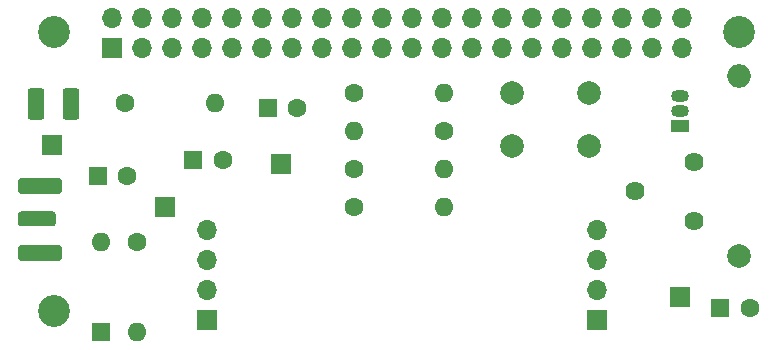
<source format=gbr>
%TF.GenerationSoftware,KiCad,Pcbnew,8.0.8+dfsg-1*%
%TF.CreationDate,2025-06-25T18:22:30+01:00*%
%TF.ProjectId,WOARCWSPR,574f4152-4357-4535-9052-2e6b69636164,rev?*%
%TF.SameCoordinates,Original*%
%TF.FileFunction,Soldermask,Top*%
%TF.FilePolarity,Negative*%
%FSLAX46Y46*%
G04 Gerber Fmt 4.6, Leading zero omitted, Abs format (unit mm)*
G04 Created by KiCad (PCBNEW 8.0.8+dfsg-1) date 2025-06-25 18:22:30*
%MOMM*%
%LPD*%
G01*
G04 APERTURE LIST*
G04 Aperture macros list*
%AMRoundRect*
0 Rectangle with rounded corners*
0 $1 Rounding radius*
0 $2 $3 $4 $5 $6 $7 $8 $9 X,Y pos of 4 corners*
0 Add a 4 corners polygon primitive as box body*
4,1,4,$2,$3,$4,$5,$6,$7,$8,$9,$2,$3,0*
0 Add four circle primitives for the rounded corners*
1,1,$1+$1,$2,$3*
1,1,$1+$1,$4,$5*
1,1,$1+$1,$6,$7*
1,1,$1+$1,$8,$9*
0 Add four rect primitives between the rounded corners*
20,1,$1+$1,$2,$3,$4,$5,0*
20,1,$1+$1,$4,$5,$6,$7,0*
20,1,$1+$1,$6,$7,$8,$9,0*
20,1,$1+$1,$8,$9,$2,$3,0*%
G04 Aperture macros list end*
%ADD10C,2.700000*%
%ADD11R,1.600000X1.600000*%
%ADD12C,1.600000*%
%ADD13O,1.600000X1.600000*%
%ADD14R,1.700000X1.700000*%
%ADD15O,1.700000X1.700000*%
%ADD16C,2.000000*%
%ADD17C,1.620000*%
%ADD18O,2.000000X2.000000*%
%ADD19RoundRect,0.250000X-1.350000X0.385000X-1.350000X-0.385000X1.350000X-0.385000X1.350000X0.385000X0*%
%ADD20RoundRect,0.250000X-1.600000X0.425000X-1.600000X-0.425000X1.600000X-0.425000X1.600000X0.425000X0*%
%ADD21RoundRect,0.250001X-0.462499X-1.074999X0.462499X-1.074999X0.462499X1.074999X-0.462499X1.074999X0*%
%ADD22O,1.500000X1.050000*%
%ADD23R,1.500000X1.050000*%
G04 APERTURE END LIST*
D10*
%TO.C,REF\u002A\u002A*%
X163000000Y-57000000D03*
%TD*%
D11*
%TO.C,C4*%
X166700000Y-45600000D03*
D12*
X169200000Y-45600000D03*
%TD*%
D10*
%TO.C,REF\u002A\u002A*%
X221000000Y-33400000D03*
%TD*%
%TO.C,REF\u002A\u002A*%
X163000000Y-33400000D03*
%TD*%
D12*
%TO.C,R7*%
X170000000Y-51200000D03*
D13*
X170000000Y-58820000D03*
%TD*%
D14*
%TO.C,J8*%
X216000000Y-55800000D03*
%TD*%
%TO.C,J7*%
X182200000Y-44600000D03*
%TD*%
D15*
%TO.C,J6*%
X209000000Y-50180000D03*
X209000000Y-52720000D03*
X209000000Y-55260000D03*
D14*
X209000000Y-57800000D03*
%TD*%
D15*
%TO.C,J5*%
X176000000Y-50180000D03*
X176000000Y-52720000D03*
X176000000Y-55260000D03*
D14*
X176000000Y-57800000D03*
%TD*%
D16*
%TO.C,SW1*%
X201800000Y-38550000D03*
X208300000Y-38550000D03*
X201800000Y-43050000D03*
X208300000Y-43050000D03*
%TD*%
D17*
%TO.C,RV1*%
X217200000Y-44400000D03*
X212200000Y-46900000D03*
X217200000Y-49400000D03*
%TD*%
D12*
%TO.C,R6*%
X168980000Y-39400000D03*
D13*
X176600000Y-39400000D03*
%TD*%
D12*
%TO.C,R5*%
X188400000Y-48200000D03*
D13*
X196020000Y-48200000D03*
%TD*%
D12*
%TO.C,R4*%
X188400000Y-45000000D03*
D13*
X196020000Y-45000000D03*
%TD*%
D12*
%TO.C,R3*%
X196000000Y-41800000D03*
D13*
X188380000Y-41800000D03*
%TD*%
D12*
%TO.C,R2*%
X188400000Y-38600000D03*
D13*
X196020000Y-38600000D03*
%TD*%
D16*
%TO.C,L1*%
X221000000Y-52400000D03*
D18*
X221000000Y-37160000D03*
%TD*%
D19*
%TO.C,J4*%
X161600000Y-49250000D03*
D20*
X161850000Y-52075000D03*
X161850000Y-46425000D03*
%TD*%
D14*
%TO.C,J3*%
X172400000Y-48200000D03*
%TD*%
D15*
%TO.C,J2*%
X216135000Y-32235000D03*
X216135000Y-34775000D03*
X213595000Y-32235000D03*
X213595000Y-34775000D03*
X211055000Y-32235000D03*
X211055000Y-34775000D03*
X208515000Y-32235000D03*
X208515000Y-34775000D03*
X205975000Y-32235000D03*
X205975000Y-34775000D03*
X203435000Y-32235000D03*
X203435000Y-34775000D03*
X200895000Y-32235000D03*
X200895000Y-34775000D03*
X198355000Y-32235000D03*
X198355000Y-34775000D03*
X195815000Y-32235000D03*
X195815000Y-34775000D03*
X193275000Y-32235000D03*
X193275000Y-34775000D03*
X190735000Y-32235000D03*
X190735000Y-34775000D03*
X188195000Y-32235000D03*
X188195000Y-34775000D03*
X185655000Y-32235000D03*
X185655000Y-34775000D03*
X183115000Y-32235000D03*
X183115000Y-34775000D03*
X180575000Y-32235000D03*
X180575000Y-34775000D03*
X178035000Y-32235000D03*
X178035000Y-34775000D03*
X175495000Y-32235000D03*
X175495000Y-34775000D03*
X172955000Y-32235000D03*
X172955000Y-34775000D03*
X170415000Y-32235000D03*
X170415000Y-34775000D03*
X167875000Y-32235000D03*
D14*
X167875000Y-34775000D03*
%TD*%
%TO.C,J1*%
X162800000Y-43000000D03*
%TD*%
D11*
%TO.C,D2*%
X167000000Y-58800000D03*
D13*
X167000000Y-51180000D03*
%TD*%
D21*
%TO.C,D1*%
X161500000Y-39500000D03*
X164475000Y-39500000D03*
%TD*%
D12*
%TO.C,C1*%
X177300000Y-44200000D03*
D11*
X174800000Y-44200000D03*
%TD*%
%TO.C,C2*%
X181100000Y-39800000D03*
D12*
X183600000Y-39800000D03*
%TD*%
D11*
%TO.C,C3*%
X219400000Y-56800000D03*
D12*
X221900000Y-56800000D03*
%TD*%
D22*
%TO.C,Q1*%
X216000000Y-38860000D03*
X216000000Y-40130000D03*
D23*
X216000000Y-41400000D03*
%TD*%
M02*

</source>
